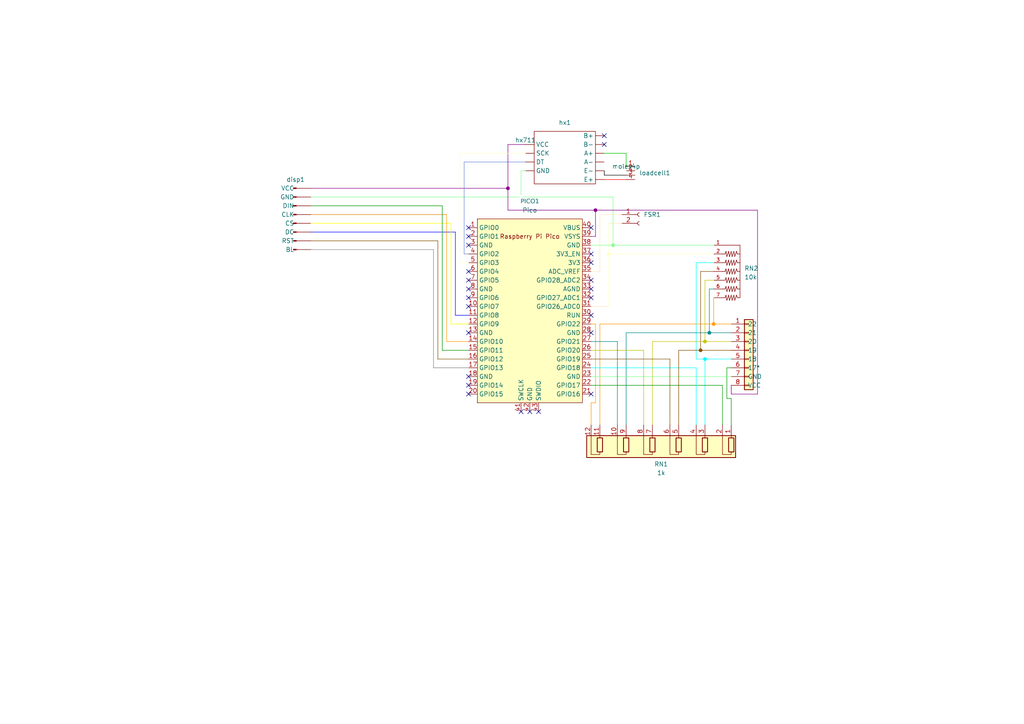
<source format=kicad_sch>
(kicad_sch (version 20230121) (generator eeschema)

  (uuid ab06c0bc-54ef-40dc-9983-5e2951ba6f84)

  (paper "A4")

  (lib_symbols
    (symbol "4607X-101-103LF:4607X-101-103LF" (pin_names (offset 1.016)) (in_bom yes) (on_board yes)
      (property "Reference" "RN" (at -7.6244 7.6215 0)
        (effects (font (size 1.27 1.27)) (justify left bottom))
      )
      (property "Value" "4607X-101-103LF" (at -7.63 -10.1666 0)
        (effects (font (size 1.27 1.27)) (justify left bottom))
      )
      (property "Footprint" "SIP249W50P254L1773H508Q7" (at 0 0 0)
        (effects (font (size 1.27 1.27)) (justify bottom) hide)
      )
      (property "Datasheet" "" (at 0 0 0)
        (effects (font (size 1.27 1.27)) hide)
      )
      (property "PARTREV" "09/19" (at 0 0 0)
        (effects (font (size 1.27 1.27)) (justify bottom) hide)
      )
      (property "STANDARD" "IPC-7351B" (at 0 0 0)
        (effects (font (size 1.27 1.27)) (justify bottom) hide)
      )
      (property "MAXIMUM_PACKAGE_HEIGHT" "5.08mm" (at 0 0 0)
        (effects (font (size 1.27 1.27)) (justify bottom) hide)
      )
      (property "MANUFACTURER" "Bourns" (at 0 0 0)
        (effects (font (size 1.27 1.27)) (justify bottom) hide)
      )
      (symbol "4607X-101-103LF_0_0"
        (polyline
          (pts
            (xy -7.62 0)
            (xy -7.62 5.08)
          )
          (stroke (width 0.1524) (type default))
          (fill (type none))
        )
        (polyline
          (pts
            (xy -7.62 5.08)
            (xy 7.62 5.08)
          )
          (stroke (width 0.1524) (type default))
          (fill (type none))
        )
        (polyline
          (pts
            (xy -5.842 1.016)
            (xy -5.08 0.762)
          )
          (stroke (width 0.1524) (type default))
          (fill (type none))
        )
        (polyline
          (pts
            (xy -5.842 1.778)
            (xy -4.318 1.27)
          )
          (stroke (width 0.1524) (type default))
          (fill (type none))
        )
        (polyline
          (pts
            (xy -5.842 2.54)
            (xy -4.318 2.032)
          )
          (stroke (width 0.1524) (type default))
          (fill (type none))
        )
        (polyline
          (pts
            (xy -5.842 3.302)
            (xy -4.318 2.794)
          )
          (stroke (width 0.1524) (type default))
          (fill (type none))
        )
        (polyline
          (pts
            (xy -5.842 4.064)
            (xy -5.08 4.318)
          )
          (stroke (width 0.1524) (type default))
          (fill (type none))
        )
        (polyline
          (pts
            (xy -5.08 0.762)
            (xy -5.08 0)
          )
          (stroke (width 0.1524) (type default))
          (fill (type none))
        )
        (polyline
          (pts
            (xy -5.08 5.08)
            (xy -5.08 4.318)
          )
          (stroke (width 0.1524) (type default))
          (fill (type none))
        )
        (polyline
          (pts
            (xy -4.318 1.27)
            (xy -5.842 1.016)
          )
          (stroke (width 0.1524) (type default))
          (fill (type none))
        )
        (polyline
          (pts
            (xy -4.318 2.032)
            (xy -5.842 1.778)
          )
          (stroke (width 0.1524) (type default))
          (fill (type none))
        )
        (polyline
          (pts
            (xy -4.318 2.794)
            (xy -5.842 2.54)
          )
          (stroke (width 0.1524) (type default))
          (fill (type none))
        )
        (polyline
          (pts
            (xy -4.318 3.556)
            (xy -5.842 3.302)
          )
          (stroke (width 0.1524) (type default))
          (fill (type none))
        )
        (polyline
          (pts
            (xy -4.318 3.556)
            (xy -5.842 4.064)
          )
          (stroke (width 0.1524) (type default))
          (fill (type none))
        )
        (polyline
          (pts
            (xy -3.302 1.016)
            (xy -2.54 0.762)
          )
          (stroke (width 0.1524) (type default))
          (fill (type none))
        )
        (polyline
          (pts
            (xy -3.302 1.778)
            (xy -1.778 1.27)
          )
          (stroke (width 0.1524) (type default))
          (fill (type none))
        )
        (polyline
          (pts
            (xy -3.302 2.54)
            (xy -1.778 2.032)
          )
          (stroke (width 0.1524) (type default))
          (fill (type none))
        )
        (polyline
          (pts
            (xy -3.302 3.302)
            (xy -1.778 2.794)
          )
          (stroke (width 0.1524) (type default))
          (fill (type none))
        )
        (polyline
          (pts
            (xy -3.302 4.064)
            (xy -2.54 4.318)
          )
          (stroke (width 0.1524) (type default))
          (fill (type none))
        )
        (polyline
          (pts
            (xy -2.54 0.762)
            (xy -2.54 0)
          )
          (stroke (width 0.1524) (type default))
          (fill (type none))
        )
        (polyline
          (pts
            (xy -2.54 5.08)
            (xy -2.54 4.318)
          )
          (stroke (width 0.1524) (type default))
          (fill (type none))
        )
        (polyline
          (pts
            (xy -1.778 1.27)
            (xy -3.302 1.016)
          )
          (stroke (width 0.1524) (type default))
          (fill (type none))
        )
        (polyline
          (pts
            (xy -1.778 2.032)
            (xy -3.302 1.778)
          )
          (stroke (width 0.1524) (type default))
          (fill (type none))
        )
        (polyline
          (pts
            (xy -1.778 2.794)
            (xy -3.302 2.54)
          )
          (stroke (width 0.1524) (type default))
          (fill (type none))
        )
        (polyline
          (pts
            (xy -1.778 3.556)
            (xy -3.302 3.302)
          )
          (stroke (width 0.1524) (type default))
          (fill (type none))
        )
        (polyline
          (pts
            (xy -1.778 3.556)
            (xy -3.302 4.064)
          )
          (stroke (width 0.1524) (type default))
          (fill (type none))
        )
        (polyline
          (pts
            (xy -0.762 1.016)
            (xy 0 0.762)
          )
          (stroke (width 0.1524) (type default))
          (fill (type none))
        )
        (polyline
          (pts
            (xy -0.762 1.778)
            (xy 0.762 1.27)
          )
          (stroke (width 0.1524) (type default))
          (fill (type none))
        )
        (polyline
          (pts
            (xy -0.762 2.54)
            (xy 0.762 2.032)
          )
          (stroke (width 0.1524) (type default))
          (fill (type none))
        )
        (polyline
          (pts
            (xy -0.762 3.302)
            (xy 0.762 2.794)
          )
          (stroke (width 0.1524) (type default))
          (fill (type none))
        )
        (polyline
          (pts
            (xy -0.762 4.064)
            (xy 0 4.318)
          )
          (stroke (width 0.1524) (type default))
          (fill (type none))
        )
        (polyline
          (pts
            (xy 0 0.762)
            (xy 0 0)
          )
          (stroke (width 0.1524) (type default))
          (fill (type none))
        )
        (polyline
          (pts
            (xy 0 5.08)
            (xy 0 4.318)
          )
          (stroke (width 0.1524) (type default))
          (fill (type none))
        )
        (polyline
          (pts
            (xy 0.762 1.27)
            (xy -0.762 1.016)
          )
          (stroke (width 0.1524) (type default))
          (fill (type none))
        )
        (polyline
          (pts
            (xy 0.762 2.032)
            (xy -0.762 1.778)
          )
          (stroke (width 0.1524) (type default))
          (fill (type none))
        )
        (polyline
          (pts
            (xy 0.762 2.794)
            (xy -0.762 2.54)
          )
          (stroke (width 0.1524) (type default))
          (fill (type none))
        )
        (polyline
          (pts
            (xy 0.762 3.556)
            (xy -0.762 3.302)
          )
          (stroke (width 0.1524) (type default))
          (fill (type none))
        )
        (polyline
          (pts
            (xy 0.762 3.556)
            (xy -0.762 4.064)
          )
          (stroke (width 0.1524) (type default))
          (fill (type none))
        )
        (polyline
          (pts
            (xy 1.778 1.016)
            (xy 2.54 0.762)
          )
          (stroke (width 0.1524) (type default))
          (fill (type none))
        )
        (polyline
          (pts
            (xy 1.778 1.778)
            (xy 3.302 1.27)
          )
          (stroke (width 0.1524) (type default))
          (fill (type none))
        )
        (polyline
          (pts
            (xy 1.778 2.54)
            (xy 3.302 2.032)
          )
          (stroke (width 0.1524) (type default))
          (fill (type none))
        )
        (polyline
          (pts
            (xy 1.778 3.302)
            (xy 3.302 2.794)
          )
          (stroke (width 0.1524) (type default))
          (fill (type none))
        )
        (polyline
          (pts
            (xy 1.778 4.064)
            (xy 2.54 4.318)
          )
          (stroke (width 0.1524) (type default))
          (fill (type none))
        )
        (polyline
          (pts
            (xy 2.54 0.762)
            (xy 2.54 0)
          )
          (stroke (width 0.1524) (type default))
          (fill (type none))
        )
        (polyline
          (pts
            (xy 2.54 5.08)
            (xy 2.54 4.318)
          )
          (stroke (width 0.1524) (type default))
          (fill (type none))
        )
        (polyline
          (pts
            (xy 3.302 1.27)
            (xy 1.778 1.016)
          )
          (stroke (width 0.1524) (type default))
          (fill (type none))
        )
        (polyline
          (pts
            (xy 3.302 2.032)
            (xy 1.778 1.778)
          )
          (stroke (width 0.1524) (type default))
          (fill (type none))
        )
        (polyline
          (pts
            (xy 3.302 2.794)
            (xy 1.778 2.54)
          )
          (stroke (width 0.1524) (type default))
          (fill (type none))
        )
        (polyline
          (pts
            (xy 3.302 3.556)
            (xy 1.778 3.302)
          )
          (stroke (width 0.1524) (type default))
          (fill (type none))
        )
        (polyline
          (pts
            (xy 3.302 3.556)
            (xy 1.778 4.064)
          )
          (stroke (width 0.1524) (type default))
          (fill (type none))
        )
        (polyline
          (pts
            (xy 4.318 1.016)
            (xy 5.08 0.762)
          )
          (stroke (width 0.1524) (type default))
          (fill (type none))
        )
        (polyline
          (pts
            (xy 4.318 1.778)
            (xy 5.842 1.27)
          )
          (stroke (width 0.1524) (type default))
          (fill (type none))
        )
        (polyline
          (pts
            (xy 4.318 2.54)
            (xy 5.842 2.032)
          )
          (stroke (width 0.1524) (type default))
          (fill (type none))
        )
        (polyline
          (pts
            (xy 4.318 3.302)
            (xy 5.842 2.794)
          )
          (stroke (width 0.1524) (type default))
          (fill (type none))
        )
        (polyline
          (pts
            (xy 4.318 4.064)
            (xy 5.08 4.318)
          )
          (stroke (width 0.1524) (type default))
          (fill (type none))
        )
        (polyline
          (pts
            (xy 5.08 0.762)
            (xy 5.08 0)
          )
          (stroke (width 0.1524) (type default))
          (fill (type none))
        )
        (polyline
          (pts
            (xy 5.08 5.08)
            (xy 5.08 4.318)
          )
          (stroke (width 0.1524) (type default))
          (fill (type none))
        )
        (polyline
          (pts
            (xy 5.842 1.27)
            (xy 4.318 1.016)
          )
          (stroke (width 0.1524) (type default))
          (fill (type none))
        )
        (polyline
          (pts
            (xy 5.842 2.032)
            (xy 4.318 1.778)
          )
          (stroke (width 0.1524) (type default))
          (fill (type none))
        )
        (polyline
          (pts
            (xy 5.842 2.794)
            (xy 4.318 2.54)
          )
          (stroke (width 0.1524) (type default))
          (fill (type none))
        )
        (polyline
          (pts
            (xy 5.842 3.556)
            (xy 4.318 3.302)
          )
          (stroke (width 0.1524) (type default))
          (fill (type none))
        )
        (polyline
          (pts
            (xy 5.842 3.556)
            (xy 4.318 4.064)
          )
          (stroke (width 0.1524) (type default))
          (fill (type none))
        )
        (polyline
          (pts
            (xy 6.858 1.016)
            (xy 7.62 0.762)
          )
          (stroke (width 0.1524) (type default))
          (fill (type none))
        )
        (polyline
          (pts
            (xy 6.858 1.778)
            (xy 8.382 1.27)
          )
          (stroke (width 0.1524) (type default))
          (fill (type none))
        )
        (polyline
          (pts
            (xy 6.858 2.54)
            (xy 8.382 2.032)
          )
          (stroke (width 0.1524) (type default))
          (fill (type none))
        )
        (polyline
          (pts
            (xy 6.858 3.302)
            (xy 8.382 2.794)
          )
          (stroke (width 0.1524) (type default))
          (fill (type none))
        )
        (polyline
          (pts
            (xy 6.858 4.064)
            (xy 7.62 4.318)
          )
          (stroke (width 0.1524) (type default))
          (fill (type none))
        )
        (polyline
          (pts
            (xy 7.62 0.762)
            (xy 7.62 0)
          )
          (stroke (width 0.1524) (type default))
          (fill (type none))
        )
        (polyline
          (pts
            (xy 7.62 5.08)
            (xy 7.62 4.318)
          )
          (stroke (width 0.1524) (type default))
          (fill (type none))
        )
        (polyline
          (pts
            (xy 8.382 1.27)
            (xy 6.858 1.016)
          )
          (stroke (width 0.1524) (type default))
          (fill (type none))
        )
        (polyline
          (pts
            (xy 8.382 2.032)
            (xy 6.858 1.778)
          )
          (stroke (width 0.1524) (type default))
          (fill (type none))
        )
        (polyline
          (pts
            (xy 8.382 2.794)
            (xy 6.858 2.54)
          )
          (stroke (width 0.1524) (type default))
          (fill (type none))
        )
        (polyline
          (pts
            (xy 8.382 3.556)
            (xy 6.858 3.302)
          )
          (stroke (width 0.1524) (type default))
          (fill (type none))
        )
        (polyline
          (pts
            (xy 8.382 3.556)
            (xy 6.858 4.064)
          )
          (stroke (width 0.1524) (type default))
          (fill (type none))
        )
        (pin passive line (at -7.62 -2.54 90) (length 2.54)
          (name "~" (effects (font (size 1.016 1.016))))
          (number "1" (effects (font (size 1.016 1.016))))
        )
        (pin passive line (at -5.08 -2.54 90) (length 2.54)
          (name "~" (effects (font (size 1.016 1.016))))
          (number "2" (effects (font (size 1.016 1.016))))
        )
        (pin passive line (at -2.54 -2.54 90) (length 2.54)
          (name "~" (effects (font (size 1.016 1.016))))
          (number "3" (effects (font (size 1.016 1.016))))
        )
        (pin passive line (at 0 -2.54 90) (length 2.54)
          (name "~" (effects (font (size 1.016 1.016))))
          (number "4" (effects (font (size 1.016 1.016))))
        )
        (pin passive line (at 2.54 -2.54 90) (length 2.54)
          (name "~" (effects (font (size 1.016 1.016))))
          (number "5" (effects (font (size 1.016 1.016))))
        )
        (pin passive line (at 5.08 -2.54 90) (length 2.54)
          (name "~" (effects (font (size 1.016 1.016))))
          (number "6" (effects (font (size 1.016 1.016))))
        )
        (pin passive line (at 7.62 -2.54 90) (length 2.54)
          (name "~" (effects (font (size 1.016 1.016))))
          (number "7" (effects (font (size 1.016 1.016))))
        )
      )
    )
    (symbol "Conn_01x08_Pin_1" (pin_numbers hide) (pin_names (offset 1.016)) (in_bom yes) (on_board yes)
      (property "Reference" "disp" (at 0.635 10.16 0)
        (effects (font (size 1.27 1.27)))
      )
      (property "Value" "Conn_01x08_Pin" (at 0.635 10.16 0)
        (effects (font (size 1.27 1.27)) hide)
      )
      (property "Footprint" "" (at 0 0 0)
        (effects (font (size 1.27 1.27)) hide)
      )
      (property "Datasheet" "~" (at 0 0 0)
        (effects (font (size 1.27 1.27)) hide)
      )
      (property "ki_locked" "" (at 0 0 0)
        (effects (font (size 1.27 1.27)))
      )
      (property "ki_keywords" "connector" (at 0 0 0)
        (effects (font (size 1.27 1.27)) hide)
      )
      (property "ki_description" "Generic connector, single row, 01x08, script generated" (at 0 0 0)
        (effects (font (size 1.27 1.27)) hide)
      )
      (property "ki_fp_filters" "Connector*:*_1x??_*" (at 0 0 0)
        (effects (font (size 1.27 1.27)) hide)
      )
      (symbol "Conn_01x08_Pin_1_1_1"
        (polyline
          (pts
            (xy 1.27 -10.16)
            (xy 0.8636 -10.16)
          )
          (stroke (width 0.1524) (type default))
          (fill (type none))
        )
        (polyline
          (pts
            (xy 1.27 -7.62)
            (xy 0.8636 -7.62)
          )
          (stroke (width 0.1524) (type default))
          (fill (type none))
        )
        (polyline
          (pts
            (xy 1.27 -5.08)
            (xy 0.8636 -5.08)
          )
          (stroke (width 0.1524) (type default))
          (fill (type none))
        )
        (polyline
          (pts
            (xy 1.27 -2.54)
            (xy 0.8636 -2.54)
          )
          (stroke (width 0.1524) (type default))
          (fill (type none))
        )
        (polyline
          (pts
            (xy 1.27 0)
            (xy 0.8636 0)
          )
          (stroke (width 0.1524) (type default))
          (fill (type none))
        )
        (polyline
          (pts
            (xy 1.27 2.54)
            (xy 0.8636 2.54)
          )
          (stroke (width 0.1524) (type default))
          (fill (type none))
        )
        (polyline
          (pts
            (xy 1.27 5.08)
            (xy 0.8636 5.08)
          )
          (stroke (width 0.1524) (type default))
          (fill (type none))
        )
        (polyline
          (pts
            (xy 1.27 7.62)
            (xy 0.8636 7.62)
          )
          (stroke (width 0.1524) (type default))
          (fill (type none))
        )
        (rectangle (start 0.8636 -10.033) (end 0 -10.287)
          (stroke (width 0.1524) (type default))
          (fill (type outline))
        )
        (rectangle (start 0.8636 -7.493) (end 0 -7.747)
          (stroke (width 0.1524) (type default))
          (fill (type outline))
        )
        (rectangle (start 0.8636 -4.953) (end 0 -5.207)
          (stroke (width 0.1524) (type default))
          (fill (type outline))
        )
        (rectangle (start 0.8636 -2.413) (end 0 -2.667)
          (stroke (width 0.1524) (type default))
          (fill (type outline))
        )
        (rectangle (start 0.8636 0.127) (end 0 -0.127)
          (stroke (width 0.1524) (type default))
          (fill (type outline))
        )
        (rectangle (start 0.8636 2.667) (end 0 2.413)
          (stroke (width 0.1524) (type default))
          (fill (type outline))
        )
        (rectangle (start 0.8636 5.207) (end 0 4.953)
          (stroke (width 0.1524) (type default))
          (fill (type outline))
        )
        (rectangle (start 0.8636 7.747) (end 0 7.493)
          (stroke (width 0.1524) (type default))
          (fill (type outline))
        )
        (pin passive line (at 5.08 7.62 180) (length 3.81)
          (name "VCC" (effects (font (size 1.27 1.27))))
          (number "1" (effects (font (size 1.27 1.27))))
        )
        (pin passive line (at 5.08 5.08 180) (length 3.81)
          (name "GND" (effects (font (size 1.27 1.27))))
          (number "2" (effects (font (size 1.27 1.27))))
        )
        (pin passive line (at 5.08 2.54 180) (length 3.81)
          (name "DIN" (effects (font (size 1.27 1.27))))
          (number "3" (effects (font (size 1.27 1.27))))
        )
        (pin passive line (at 5.08 0 180) (length 3.81)
          (name "CLK" (effects (font (size 1.27 1.27))))
          (number "4" (effects (font (size 1.27 1.27))))
        )
        (pin passive line (at 5.08 -2.54 180) (length 3.81)
          (name "CS" (effects (font (size 1.27 1.27))))
          (number "5" (effects (font (size 1.27 1.27))))
        )
        (pin passive line (at 5.08 -5.08 180) (length 3.81)
          (name "DC" (effects (font (size 1.27 1.27))))
          (number "6" (effects (font (size 1.27 1.27))))
        )
        (pin passive line (at 5.08 -7.62 180) (length 3.81)
          (name "RST" (effects (font (size 1.27 1.27))))
          (number "7" (effects (font (size 1.27 1.27))))
        )
        (pin passive line (at 5.08 -10.16 180) (length 3.81)
          (name "BL" (effects (font (size 1.27 1.27))))
          (number "8" (effects (font (size 1.27 1.27))))
        )
      )
    )
    (symbol "Connector:Conn_01x02_Socket" (pin_names (offset 1.016) hide) (in_bom yes) (on_board yes)
      (property "Reference" "J" (at 0 2.54 0)
        (effects (font (size 1.27 1.27)))
      )
      (property "Value" "Conn_01x02_Socket" (at 0 -5.08 0)
        (effects (font (size 1.27 1.27)))
      )
      (property "Footprint" "Connector_PinSocket_2.54mm:PinSocket_1x02_P2.54mm_Vertical" (at 0 0 0)
        (effects (font (size 1.27 1.27)) hide)
      )
      (property "Datasheet" "~" (at 0 0 0)
        (effects (font (size 1.27 1.27)) hide)
      )
      (property "ki_keywords" "connector" (at 0 0 0)
        (effects (font (size 1.27 1.27)) hide)
      )
      (property "ki_description" "Generic connector, single row, 01x02, script generated" (at 0 0 0)
        (effects (font (size 1.27 1.27)) hide)
      )
      (property "ki_fp_filters" "Connector*:*_1x??_*" (at 0 0 0)
        (effects (font (size 1.27 1.27)) hide)
      )
      (symbol "Conn_01x02_Socket_1_1"
        (arc (start 0 -2.032) (mid -0.5058 -2.54) (end 0 -3.048)
          (stroke (width 0.1524) (type default))
          (fill (type none))
        )
        (polyline
          (pts
            (xy -1.27 -2.54)
            (xy -0.508 -2.54)
          )
          (stroke (width 0.1524) (type default))
          (fill (type none))
        )
        (polyline
          (pts
            (xy -1.27 0)
            (xy -0.508 0)
          )
          (stroke (width 0.1524) (type default))
          (fill (type none))
        )
        (arc (start 0 0.508) (mid -0.5058 0) (end 0 -0.508)
          (stroke (width 0.1524) (type default))
          (fill (type none))
        )
        (pin passive line (at -5.08 0 0) (length 3.81)
          (name "Pin_1" (effects (font (size 1.27 1.27))))
          (number "1" (effects (font (size 1.27 1.27))))
        )
        (pin passive line (at -5.08 -2.54 0) (length 3.81)
          (name "Pin_2" (effects (font (size 1.27 1.27))))
          (number "2" (effects (font (size 1.27 1.27))))
        )
      )
    )
    (symbol "Connector_Generic:Conn_01x08" (pin_names (offset 1.016)) (in_bom yes) (on_board yes)
      (property "Reference" "CNTRL1" (at 2.54 0 0)
        (effects (font (size 1.27 1.27)) (justify left) hide)
      )
      (property "Value" "Conn_01x08" (at 2.54 -2.54 0)
        (effects (font (size 1.27 1.27)) (justify left) hide)
      )
      (property "Footprint" "Connector_Molex:Molex_KK-254_AE-6410-08A_1x08_P2.54mm_Vertical" (at 0 0 0)
        (effects (font (size 1.27 1.27)) hide)
      )
      (property "Datasheet" "~" (at 0 0 0)
        (effects (font (size 1.27 1.27)) hide)
      )
      (property "ki_keywords" "connector" (at 0 0 0)
        (effects (font (size 1.27 1.27)) hide)
      )
      (property "ki_description" "Generic connector, single row, 01x08, script generated (kicad-library-utils/schlib/autogen/connector/)" (at 0 0 0)
        (effects (font (size 1.27 1.27)) hide)
      )
      (property "ki_fp_filters" "Connector*:*_1x??_*" (at 0 0 0)
        (effects (font (size 1.27 1.27)) hide)
      )
      (symbol "Conn_01x08_1_1"
        (rectangle (start -1.27 -10.033) (end 0 -10.287)
          (stroke (width 0.1524) (type default))
          (fill (type none))
        )
        (rectangle (start -1.27 -7.493) (end 0 -7.747)
          (stroke (width 0.1524) (type default))
          (fill (type none))
        )
        (rectangle (start -1.27 -4.953) (end 0 -5.207)
          (stroke (width 0.1524) (type default))
          (fill (type none))
        )
        (rectangle (start -1.27 -2.413) (end 0 -2.667)
          (stroke (width 0.1524) (type default))
          (fill (type none))
        )
        (rectangle (start -1.27 0.127) (end 0 -0.127)
          (stroke (width 0.1524) (type default))
          (fill (type none))
        )
        (rectangle (start -1.27 2.667) (end 0 2.413)
          (stroke (width 0.1524) (type default))
          (fill (type none))
        )
        (rectangle (start -1.27 5.207) (end 0 4.953)
          (stroke (width 0.1524) (type default))
          (fill (type none))
        )
        (rectangle (start -1.27 7.747) (end 0 7.493)
          (stroke (width 0.1524) (type default))
          (fill (type none))
        )
        (rectangle (start -1.27 8.89) (end 1.27 -11.43)
          (stroke (width 0.254) (type default))
          (fill (type background))
        )
        (pin passive line (at -5.08 7.62 0) (length 3.81)
          (name "22" (effects (font (size 1.27 1.27))))
          (number "1" (effects (font (size 1.27 1.27))))
          (alternate "22" input line)
        )
        (pin passive line (at -5.08 5.08 0) (length 3.81)
          (name "21" (effects (font (size 1.27 1.27))))
          (number "2" (effects (font (size 1.27 1.27))))
          (alternate "21" input line)
        )
        (pin passive line (at -5.08 2.54 0) (length 3.81)
          (name "20" (effects (font (size 1.27 1.27))))
          (number "3" (effects (font (size 1.27 1.27))))
          (alternate "20" input line)
        )
        (pin passive line (at -5.08 0 0) (length 3.81)
          (name "19" (effects (font (size 1.27 1.27))))
          (number "4" (effects (font (size 1.27 1.27))))
          (alternate "19" input line)
        )
        (pin passive line (at -5.08 -2.54 0) (length 3.81)
          (name "18" (effects (font (size 1.27 1.27))))
          (number "5" (effects (font (size 1.27 1.27))))
        )
        (pin passive line (at -5.08 -5.08 0) (length 3.81)
          (name "17*" (effects (font (size 1.27 1.27))))
          (number "6" (effects (font (size 1.27 1.27))))
        )
        (pin passive line (at -5.08 -7.62 0) (length 3.81)
          (name "GND" (effects (font (size 1.27 1.27))))
          (number "7" (effects (font (size 1.27 1.27))))
        )
        (pin passive line (at -5.08 -10.16 0) (length 3.81)
          (name "VCC" (effects (font (size 1.27 1.27))))
          (number "8" (effects (font (size 1.27 1.27))))
        )
      )
    )
    (symbol "Device:R_Pack06_SIP" (pin_names (offset 0) hide) (in_bom yes) (on_board yes)
      (property "Reference" "RN" (at -22.86 0 90)
        (effects (font (size 1.27 1.27)))
      )
      (property "Value" "R_Pack06_SIP" (at 22.86 0 90)
        (effects (font (size 1.27 1.27)))
      )
      (property "Footprint" "Resistor_THT:R_Array_SIP12" (at 24.765 0 90)
        (effects (font (size 1.27 1.27)) hide)
      )
      (property "Datasheet" "http://www.vishay.com/docs/31509/csc.pdf" (at 0 0 0)
        (effects (font (size 1.27 1.27)) hide)
      )
      (property "ki_keywords" "R network parallel topology isolated" (at 0 0 0)
        (effects (font (size 1.27 1.27)) hide)
      )
      (property "ki_description" "6 resistor network, parallel topology, SIP package" (at 0 0 0)
        (effects (font (size 1.27 1.27)) hide)
      )
      (property "ki_fp_filters" "R?Array?SIP*" (at 0 0 0)
        (effects (font (size 1.27 1.27)) hide)
      )
      (symbol "R_Pack06_SIP_0_1"
        (rectangle (start -21.59 -1.905) (end 21.59 4.445)
          (stroke (width 0.254) (type default))
          (fill (type background))
        )
        (rectangle (start -21.082 2.794) (end -19.558 -1.27)
          (stroke (width 0.254) (type default))
          (fill (type none))
        )
        (rectangle (start -13.462 2.794) (end -11.938 -1.27)
          (stroke (width 0.254) (type default))
          (fill (type none))
        )
        (rectangle (start -5.842 2.794) (end -4.318 -1.27)
          (stroke (width 0.254) (type default))
          (fill (type none))
        )
        (polyline
          (pts
            (xy -20.32 2.794)
            (xy -20.32 3.556)
            (xy -17.78 3.556)
            (xy -17.78 -1.27)
          )
          (stroke (width 0) (type default))
          (fill (type none))
        )
        (polyline
          (pts
            (xy -12.7 2.794)
            (xy -12.7 3.556)
            (xy -10.16 3.556)
            (xy -10.16 -1.27)
          )
          (stroke (width 0) (type default))
          (fill (type none))
        )
        (polyline
          (pts
            (xy -5.08 2.794)
            (xy -5.08 3.556)
            (xy -2.54 3.556)
            (xy -2.54 -1.27)
          )
          (stroke (width 0) (type default))
          (fill (type none))
        )
        (polyline
          (pts
            (xy 2.54 2.794)
            (xy 2.54 3.556)
            (xy 5.08 3.556)
            (xy 5.08 -1.27)
          )
          (stroke (width 0) (type default))
          (fill (type none))
        )
        (polyline
          (pts
            (xy 10.16 2.794)
            (xy 10.16 3.556)
            (xy 12.7 3.556)
            (xy 12.7 -1.27)
          )
          (stroke (width 0) (type default))
          (fill (type none))
        )
        (polyline
          (pts
            (xy 17.78 2.794)
            (xy 17.78 3.556)
            (xy 20.32 3.556)
            (xy 20.32 -1.27)
          )
          (stroke (width 0) (type default))
          (fill (type none))
        )
        (rectangle (start 1.778 2.794) (end 3.302 -1.27)
          (stroke (width 0.254) (type default))
          (fill (type none))
        )
        (rectangle (start 9.398 2.794) (end 10.922 -1.27)
          (stroke (width 0.254) (type default))
          (fill (type none))
        )
        (rectangle (start 17.018 2.794) (end 18.542 -1.27)
          (stroke (width 0.254) (type default))
          (fill (type none))
        )
      )
      (symbol "R_Pack06_SIP_1_1"
        (pin passive line (at -20.32 -5.08 90) (length 3.81)
          (name "R1.1" (effects (font (size 1.27 1.27))))
          (number "1" (effects (font (size 1.27 1.27))))
        )
        (pin passive line (at 12.7 -5.08 90) (length 3.81)
          (name "R5.2" (effects (font (size 1.27 1.27))))
          (number "10" (effects (font (size 1.27 1.27))))
        )
        (pin passive line (at 17.78 -5.08 90) (length 3.81)
          (name "R6.1" (effects (font (size 1.27 1.27))))
          (number "11" (effects (font (size 1.27 1.27))))
        )
        (pin passive line (at 20.32 -5.08 90) (length 3.81)
          (name "R6.2" (effects (font (size 1.27 1.27))))
          (number "12" (effects (font (size 1.27 1.27))))
        )
        (pin passive line (at -17.78 -5.08 90) (length 3.81)
          (name "R1.2" (effects (font (size 1.27 1.27))))
          (number "2" (effects (font (size 1.27 1.27))))
        )
        (pin passive line (at -12.7 -5.08 90) (length 3.81)
          (name "R2.1" (effects (font (size 1.27 1.27))))
          (number "3" (effects (font (size 1.27 1.27))))
        )
        (pin passive line (at -10.16 -5.08 90) (length 3.81)
          (name "R2.2" (effects (font (size 1.27 1.27))))
          (number "4" (effects (font (size 1.27 1.27))))
        )
        (pin passive line (at -5.08 -5.08 90) (length 3.81)
          (name "R3.1" (effects (font (size 1.27 1.27))))
          (number "5" (effects (font (size 1.27 1.27))))
        )
        (pin passive line (at -2.54 -5.08 90) (length 3.81)
          (name "R3.2" (effects (font (size 1.27 1.27))))
          (number "6" (effects (font (size 1.27 1.27))))
        )
        (pin passive line (at 2.54 -5.08 90) (length 3.81)
          (name "R4.1" (effects (font (size 1.27 1.27))))
          (number "7" (effects (font (size 1.27 1.27))))
        )
        (pin passive line (at 5.08 -5.08 90) (length 3.81)
          (name "R4.2" (effects (font (size 1.27 1.27))))
          (number "8" (effects (font (size 1.27 1.27))))
        )
        (pin passive line (at 10.16 -5.08 90) (length 3.81)
          (name "R5.1" (effects (font (size 1.27 1.27))))
          (number "9" (effects (font (size 1.27 1.27))))
        )
      )
    )
    (symbol "MCU_RaspberryPi_and_Boards:Pico" (in_bom yes) (on_board yes)
      (property "Reference" "U" (at -13.97 27.94 0)
        (effects (font (size 1.27 1.27)))
      )
      (property "Value" "Pico" (at 0 19.05 0)
        (effects (font (size 1.27 1.27)))
      )
      (property "Footprint" "RPi_Pico:RPi_Pico_SMD_TH" (at 0 0 90)
        (effects (font (size 1.27 1.27)) hide)
      )
      (property "Datasheet" "" (at 0 0 0)
        (effects (font (size 1.27 1.27)) hide)
      )
      (symbol "Pico_0_0"
        (text "Raspberry Pi Pico" (at 0 21.59 0)
          (effects (font (size 1.27 1.27)))
        )
      )
      (symbol "Pico_0_1"
        (rectangle (start -15.24 26.67) (end 15.24 -26.67)
          (stroke (width 0) (type default))
          (fill (type background))
        )
      )
      (symbol "Pico_1_1"
        (pin bidirectional line (at -17.78 24.13 0) (length 2.54)
          (name "GPIO0" (effects (font (size 1.27 1.27))))
          (number "1" (effects (font (size 1.27 1.27))))
        )
        (pin bidirectional line (at -17.78 1.27 0) (length 2.54)
          (name "GPIO7" (effects (font (size 1.27 1.27))))
          (number "10" (effects (font (size 1.27 1.27))))
        )
        (pin bidirectional line (at -17.78 -1.27 0) (length 2.54)
          (name "GPIO8" (effects (font (size 1.27 1.27))))
          (number "11" (effects (font (size 1.27 1.27))))
        )
        (pin bidirectional line (at -17.78 -3.81 0) (length 2.54)
          (name "GPIO9" (effects (font (size 1.27 1.27))))
          (number "12" (effects (font (size 1.27 1.27))))
        )
        (pin power_in line (at -17.78 -6.35 0) (length 2.54)
          (name "GND" (effects (font (size 1.27 1.27))))
          (number "13" (effects (font (size 1.27 1.27))))
        )
        (pin bidirectional line (at -17.78 -8.89 0) (length 2.54)
          (name "GPIO10" (effects (font (size 1.27 1.27))))
          (number "14" (effects (font (size 1.27 1.27))))
        )
        (pin bidirectional line (at -17.78 -11.43 0) (length 2.54)
          (name "GPIO11" (effects (font (size 1.27 1.27))))
          (number "15" (effects (font (size 1.27 1.27))))
        )
        (pin bidirectional line (at -17.78 -13.97 0) (length 2.54)
          (name "GPIO12" (effects (font (size 1.27 1.27))))
          (number "16" (effects (font (size 1.27 1.27))))
        )
        (pin bidirectional line (at -17.78 -16.51 0) (length 2.54)
          (name "GPIO13" (effects (font (size 1.27 1.27))))
          (number "17" (effects (font (size 1.27 1.27))))
        )
        (pin power_in line (at -17.78 -19.05 0) (length 2.54)
          (name "GND" (effects (font (size 1.27 1.27))))
          (number "18" (effects (font (size 1.27 1.27))))
        )
        (pin bidirectional line (at -17.78 -21.59 0) (length 2.54)
          (name "GPIO14" (effects (font (size 1.27 1.27))))
          (number "19" (effects (font (size 1.27 1.27))))
        )
        (pin bidirectional line (at -17.78 21.59 0) (length 2.54)
          (name "GPIO1" (effects (font (size 1.27 1.27))))
          (number "2" (effects (font (size 1.27 1.27))))
        )
        (pin bidirectional line (at -17.78 -24.13 0) (length 2.54)
          (name "GPIO15" (effects (font (size 1.27 1.27))))
          (number "20" (effects (font (size 1.27 1.27))))
        )
        (pin bidirectional line (at 17.78 -24.13 180) (length 2.54)
          (name "GPIO16" (effects (font (size 1.27 1.27))))
          (number "21" (effects (font (size 1.27 1.27))))
        )
        (pin bidirectional line (at 17.78 -21.59 180) (length 2.54)
          (name "GPIO17" (effects (font (size 1.27 1.27))))
          (number "22" (effects (font (size 1.27 1.27))))
        )
        (pin power_in line (at 17.78 -19.05 180) (length 2.54)
          (name "GND" (effects (font (size 1.27 1.27))))
          (number "23" (effects (font (size 1.27 1.27))))
        )
        (pin bidirectional line (at 17.78 -16.51 180) (length 2.54)
          (name "GPIO18" (effects (font (size 1.27 1.27))))
          (number "24" (effects (font (size 1.27 1.27))))
        )
        (pin bidirectional line (at 17.78 -13.97 180) (length 2.54)
          (name "GPIO19" (effects (font (size 1.27 1.27))))
          (number "25" (effects (font (size 1.27 1.27))))
        )
        (pin bidirectional line (at 17.78 -11.43 180) (length 2.54)
          (name "GPIO20" (effects (font (size 1.27 1.27))))
          (number "26" (effects (font (size 1.27 1.27))))
        )
        (pin bidirectional line (at 17.78 -8.89 180) (length 2.54)
          (name "GPIO21" (effects (font (size 1.27 1.27))))
          (number "27" (effects (font (size 1.27 1.27))))
        )
        (pin power_in line (at 17.78 -6.35 180) (length 2.54)
          (name "GND" (effects (font (size 1.27 1.27))))
          (number "28" (effects (font (size 1.27 1.27))))
        )
        (pin bidirectional line (at 17.78 -3.81 180) (length 2.54)
          (name "GPIO22" (effects (font (size 1.27 1.27))))
          (number "29" (effects (font (size 1.27 1.27))))
        )
        (pin power_in line (at -17.78 19.05 0) (length 2.54)
          (name "GND" (effects (font (size 1.27 1.27))))
          (number "3" (effects (font (size 1.27 1.27))))
        )
        (pin input line (at 17.78 -1.27 180) (length 2.54)
          (name "RUN" (effects (font (size 1.27 1.27))))
          (number "30" (effects (font (size 1.27 1.27))))
        )
        (pin bidirectional line (at 17.78 1.27 180) (length 2.54)
          (name "GPIO26_ADC0" (effects (font (size 1.27 1.27))))
          (number "31" (effects (font (size 1.27 1.27))))
        )
        (pin bidirectional line (at 17.78 3.81 180) (length 2.54)
          (name "GPIO27_ADC1" (effects (font (size 1.27 1.27))))
          (number "32" (effects (font (size 1.27 1.27))))
        )
        (pin power_in line (at 17.78 6.35 180) (length 2.54)
          (name "AGND" (effects (font (size 1.27 1.27))))
          (number "33" (effects (font (size 1.27 1.27))))
        )
        (pin bidirectional line (at 17.78 8.89 180) (length 2.54)
          (name "GPIO28_ADC2" (effects (font (size 1.27 1.27))))
          (number "34" (effects (font (size 1.27 1.27))))
        )
        (pin power_in line (at 17.78 11.43 180) (length 2.54)
          (name "ADC_VREF" (effects (font (size 1.27 1.27))))
          (number "35" (effects (font (size 1.27 1.27))))
        )
        (pin power_in line (at 17.78 13.97 180) (length 2.54)
          (name "3V3" (effects (font (size 1.27 1.27))))
          (number "36" (effects (font (size 1.27 1.27))))
        )
        (pin input line (at 17.78 16.51 180) (length 2.54)
          (name "3V3_EN" (effects (font (size 1.27 1.27))))
          (number "37" (effects (font (size 1.27 1.27))))
        )
        (pin bidirectional line (at 17.78 19.05 180) (length 2.54)
          (name "GND" (effects (font (size 1.27 1.27))))
          (number "38" (effects (font (size 1.27 1.27))))
        )
        (pin power_in line (at 17.78 21.59 180) (length 2.54)
          (name "VSYS" (effects (font (size 1.27 1.27))))
          (number "39" (effects (font (size 1.27 1.27))))
        )
        (pin bidirectional line (at -17.78 16.51 0) (length 2.54)
          (name "GPIO2" (effects (font (size 1.27 1.27))))
          (number "4" (effects (font (size 1.27 1.27))))
        )
        (pin power_in line (at 17.78 24.13 180) (length 2.54)
          (name "VBUS" (effects (font (size 1.27 1.27))))
          (number "40" (effects (font (size 1.27 1.27))))
        )
        (pin input line (at -2.54 -29.21 90) (length 2.54)
          (name "SWCLK" (effects (font (size 1.27 1.27))))
          (number "41" (effects (font (size 1.27 1.27))))
        )
        (pin power_in line (at 0 -29.21 90) (length 2.54)
          (name "GND" (effects (font (size 1.27 1.27))))
          (number "42" (effects (font (size 1.27 1.27))))
        )
        (pin bidirectional line (at 2.54 -29.21 90) (length 2.54)
          (name "SWDIO" (effects (font (size 1.27 1.27))))
          (number "43" (effects (font (size 1.27 1.27))))
        )
        (pin bidirectional line (at -17.78 13.97 0) (length 2.54)
          (name "GPIO3" (effects (font (size 1.27 1.27))))
          (number "5" (effects (font (size 1.27 1.27))))
        )
        (pin bidirectional line (at -17.78 11.43 0) (length 2.54)
          (name "GPIO4" (effects (font (size 1.27 1.27))))
          (number "6" (effects (font (size 1.27 1.27))))
        )
        (pin bidirectional line (at -17.78 8.89 0) (length 2.54)
          (name "GPIO5" (effects (font (size 1.27 1.27))))
          (number "7" (effects (font (size 1.27 1.27))))
        )
        (pin power_in line (at -17.78 6.35 0) (length 2.54)
          (name "GND" (effects (font (size 1.27 1.27))))
          (number "8" (effects (font (size 1.27 1.27))))
        )
        (pin bidirectional line (at -17.78 3.81 0) (length 2.54)
          (name "GPIO6" (effects (font (size 1.27 1.27))))
          (number "9" (effects (font (size 1.27 1.27))))
        )
      )
    )
    (symbol "sharp:hx711" (pin_numbers hide) (in_bom yes) (on_board yes)
      (property "Reference" "A" (at -11.43 5.08 0)
        (effects (font (size 1.27 1.27)))
      )
      (property "Value" "" (at -11.43 5.08 0)
        (effects (font (size 1.27 1.27)))
      )
      (property "Footprint" "" (at -11.43 5.08 0)
        (effects (font (size 1.27 1.27)) hide)
      )
      (property "Datasheet" "" (at -11.43 5.08 0)
        (effects (font (size 1.27 1.27)) hide)
      )
      (symbol "hx711_0_1"
        (rectangle (start -8.89 7.62) (end 8.89 -7.62)
          (stroke (width 0) (type default))
          (fill (type none))
        )
      )
      (symbol "hx711_1_1"
        (pin input line (at 11.43 6.35 180) (length 2.54)
          (name "B+" (effects (font (size 1.27 1.27))))
          (number "1" (effects (font (size 1.27 1.27))))
        )
        (pin power_in line (at -11.43 -3.81 0) (length 2.54)
          (name "GND" (effects (font (size 1.27 1.27))))
          (number "10" (effects (font (size 1.27 1.27))))
        )
        (pin input line (at 11.43 3.81 180) (length 2.54)
          (name "B-" (effects (font (size 1.27 1.27))))
          (number "2" (effects (font (size 1.27 1.27))))
        )
        (pin input line (at 11.43 1.27 180) (length 2.54)
          (name "A+" (effects (font (size 1.27 1.27))))
          (number "3" (effects (font (size 1.27 1.27))))
        )
        (pin input line (at 11.43 -1.27 180) (length 2.54)
          (name "A-" (effects (font (size 1.27 1.27))))
          (number "4" (effects (font (size 1.27 1.27))))
        )
        (pin input line (at 11.43 -3.81 180) (length 2.54)
          (name "E-" (effects (font (size 1.27 1.27))))
          (number "5" (effects (font (size 1.27 1.27))))
        )
        (pin input line (at 11.43 -6.35 180) (length 2.54)
          (name "E+" (effects (font (size 1.27 1.27))))
          (number "6" (effects (font (size 1.27 1.27))))
        )
        (pin power_in line (at -11.43 3.81 0) (length 2.54)
          (name "VCC" (effects (font (size 1.27 1.27))))
          (number "7" (effects (font (size 1.27 1.27))))
        )
        (pin input line (at -11.43 1.27 0) (length 2.54)
          (name "SCK" (effects (font (size 1.27 1.27))))
          (number "8" (effects (font (size 1.27 1.27))))
        )
        (pin output line (at -11.43 -1.27 0) (length 2.54)
          (name "DT" (effects (font (size 1.27 1.27))))
          (number "9" (effects (font (size 1.27 1.27))))
        )
      )
    )
    (symbol "sharp:molex-kk-4p" (pin_names (offset 0) hide) (in_bom yes) (on_board yes)
      (property "Reference" "loadcell1" (at 3.81 -1.905 0)
        (effects (font (size 1.27 1.27)) (justify left))
      )
      (property "Value" "molex4p" (at 0 0 0)
        (effects (font (size 1.27 1.27)))
      )
      (property "Footprint" "Connector_Molex:Molex_KK-254_AE-6410-04A_1x04_P2.54mm_Vertical" (at 0 0 0)
        (effects (font (size 1.27 1.27)) hide)
      )
      (property "Datasheet" "" (at 0 0 0)
        (effects (font (size 1.27 1.27)) hide)
      )
      (symbol "molex-kk-4p_1_1"
        (pin passive line (at 0 0 0) (length 2.54)
          (name "" (effects (font (size 1.27 1.27))))
          (number "1" (effects (font (size 1.27 1.27))))
        )
        (pin passive line (at 0 -1.27 0) (length 2.54)
          (name "" (effects (font (size 1.27 1.27))))
          (number "2" (effects (font (size 1.27 1.27))))
        )
        (pin passive line (at 0 -2.54 0) (length 2.54)
          (name "" (effects (font (size 1.27 1.27))))
          (number "3" (effects (font (size 1.27 1.27))))
        )
        (pin passive line (at 0 -3.81 0) (length 2.54)
          (name "" (effects (font (size 1.27 1.27))))
          (number "4" (effects (font (size 1.27 1.27))))
        )
      )
    )
  )

  (junction (at 204.47 99.06) (diameter 0) (color 194 194 0 1)
    (uuid 0ace3459-4a95-40e3-aed3-0cf4e03df8a0)
  )
  (junction (at 204.47 104.14) (diameter 0) (color 0 255 255 1)
    (uuid 15e19989-2c8a-4294-99e2-34edf5c49586)
  )
  (junction (at 207.01 93.98) (diameter 0) (color 255 153 0 1)
    (uuid 267ed337-a769-4b87-9ec6-e5c5967f07a0)
  )
  (junction (at 203.2 101.6) (diameter 0) (color 128 77 0 1)
    (uuid 3c7f8a7e-d036-434b-8dde-c305fc4051b6)
  )
  (junction (at 147.32 54.61) (diameter 0) (color 132 0 132 1)
    (uuid 53865a4c-c566-4866-a376-6e970301191f)
  )
  (junction (at 205.74 96.52) (diameter 0) (color 0 132 132 1)
    (uuid 6e77cec5-7e39-4483-8607-0b6d52ee43ac)
  )
  (junction (at 177.8 71.12) (diameter 0) (color 127 255 143 1)
    (uuid 6ef72655-5987-431e-ad91-86304c82e0b9)
  )
  (junction (at 176.53 73.66) (diameter 0) (color 255 255 194 1)
    (uuid 817e1b3b-c378-481f-8684-b0a31a1bb2e4)
  )
  (junction (at 151.13 57.15) (diameter 0) (color 255 255 255 1)
    (uuid e0288043-14dd-4e89-b936-d7f4db4974fc)
  )
  (junction (at 172.72 60.96) (diameter 0) (color 132 0 132 1)
    (uuid f7d85b40-4752-4e82-8253-03f20ebd8085)
  )

  (no_connect (at 135.89 96.52) (uuid 1b4a04b9-585f-42da-a5a8-f895b91186db))
  (no_connect (at 171.45 73.66) (uuid 1c088bbf-80bf-4070-b0ae-565127ecf8b8))
  (no_connect (at 171.45 91.44) (uuid 2f6ea71b-1176-4537-aa2a-5e4a51c98884))
  (no_connect (at 171.45 81.28) (uuid 39999f90-5d08-43f7-bf02-d3001da9fbb7))
  (no_connect (at 171.45 96.52) (uuid 3b4daa60-3cd0-48e6-8970-4bc8a4f0a031))
  (no_connect (at 135.89 71.12) (uuid 3d89aff9-cf2b-4c55-9f9b-e30973c400cd))
  (no_connect (at 171.45 86.36) (uuid 4319171b-31a2-4931-89ef-50de0ae70821))
  (no_connect (at 135.89 114.3) (uuid 48066b02-c27f-4414-9dda-7567a492a024))
  (no_connect (at 135.89 83.82) (uuid 543f599a-5fba-4806-b5fb-31d9a8e35eaf))
  (no_connect (at 135.89 81.28) (uuid 6021ffb1-5044-4a1d-b85a-40bc2beda386))
  (no_connect (at 135.89 111.76) (uuid 7430d419-e58d-4ea3-a1be-31266a108f37))
  (no_connect (at 151.13 119.38) (uuid 7df3898b-3e6f-4c49-a6b5-2f89214c340e))
  (no_connect (at 156.21 119.38) (uuid 7e62fb02-6ed4-4bbb-904e-1435a2a0fd14))
  (no_connect (at 135.89 88.9) (uuid 7f346bf2-169c-4a4d-83a5-e9aa70f9c5a4))
  (no_connect (at 171.45 66.04) (uuid 8fda45a1-0f0d-420f-bc30-d5072404a61d))
  (no_connect (at 153.67 119.38) (uuid 96abce0f-ffa1-4607-97f6-eda2fa3b2ada))
  (no_connect (at 135.89 86.36) (uuid 9c43ba45-d7e9-45fe-90ea-d44bdade45d6))
  (no_connect (at 135.89 78.74) (uuid 9e9091c3-02cf-4fad-a38a-2db2524065bc))
  (no_connect (at 171.45 83.82) (uuid aff1ca86-3e9b-4c6b-9c98-740f6bad4666))
  (no_connect (at 171.45 114.3) (uuid c295a93b-d0d9-4d46-8283-e309275564f0))
  (no_connect (at 171.45 76.2) (uuid d43814d9-461b-4ef2-b091-85ff90de0c36))
  (no_connect (at 175.26 39.37) (uuid e98e6d05-d10c-4e6d-9c83-3c8350e048ae))
  (no_connect (at 175.26 41.91) (uuid efdfbd11-9f1f-4c06-84c5-f7de1c453a71))
  (no_connect (at 135.89 66.04) (uuid f09662ba-7335-4deb-a994-f90b12d56c04))
  (no_connect (at 135.89 68.58) (uuid fdf2cc3b-4097-4c25-a0da-dfd33e535929))
  (no_connect (at 135.89 109.22) (uuid fe4f1c3e-d0af-4a0a-8082-5eebe85b905b))

  (wire (pts (xy 189.23 99.06) (xy 204.47 99.06))
    (stroke (width 0) (type default) (color 194 194 0 1))
    (uuid 062fe280-5c70-42c0-b274-9f76fc203155)
  )
  (wire (pts (xy 219.71 114.3) (xy 212.09 114.3))
    (stroke (width 0) (type default) (color 132 0 132 1))
    (uuid 07e75c76-532f-480f-8534-1a7f91b707f6)
  )
  (wire (pts (xy 181.61 96.52) (xy 205.74 96.52))
    (stroke (width 0) (type default) (color 0 132 132 1))
    (uuid 099bd772-9f7e-49e9-a57b-6984c43d92f6)
  )
  (wire (pts (xy 171.45 78.74) (xy 173.99 78.74))
    (stroke (width 0) (type default) (color 255 229 191 1))
    (uuid 0e32be02-dfb0-4e59-836c-dabb255fda71)
  )
  (wire (pts (xy 133.35 76.2) (xy 135.89 76.2))
    (stroke (width 0) (type default) (color 255 255 194 1))
    (uuid 0e641d63-4c65-48c0-b292-c518d82f9642)
  )
  (wire (pts (xy 209.55 111.76) (xy 171.45 111.76))
    (stroke (width 0) (type default))
    (uuid 0ef41dde-e5d5-4a6d-bd37-a27db1e3f957)
  )
  (wire (pts (xy 203.2 101.6) (xy 212.09 101.6))
    (stroke (width 0) (type default) (color 128 77 0 1))
    (uuid 0fc1e00b-9c55-4f08-aed1-d2f0309a7298)
  )
  (wire (pts (xy 171.45 68.58) (xy 172.72 68.58))
    (stroke (width 0) (type default) (color 132 0 132 1))
    (uuid 1535701f-07bf-47af-b519-35156cf6179e)
  )
  (wire (pts (xy 186.69 101.6) (xy 186.69 123.19))
    (stroke (width 0) (type default) (color 194 194 0 1))
    (uuid 168dd999-2a86-4e1e-8ff7-39e5a8a25702)
  )
  (wire (pts (xy 134.62 73.66) (xy 135.89 73.66))
    (stroke (width 0) (type default) (color 111 133 216 1))
    (uuid 1e42371c-4d95-4fbb-8423-176174a1b31b)
  )
  (wire (pts (xy 203.2 78.74) (xy 207.01 78.74))
    (stroke (width 0) (type default) (color 128 77 0 1))
    (uuid 234cdde8-3551-4f1c-bd11-5b65c70cf65d)
  )
  (wire (pts (xy 201.93 106.68) (xy 201.93 123.19))
    (stroke (width 0) (type default) (color 0 255 255 1))
    (uuid 2463bb81-5298-4b10-a9d0-8c53c2c8b967)
  )
  (wire (pts (xy 204.47 104.14) (xy 204.47 123.19))
    (stroke (width 0) (type default) (color 0 255 255 1))
    (uuid 25f23d1e-c263-49cd-90a4-cde19d3e1cae)
  )
  (wire (pts (xy 130.81 64.77) (xy 130.81 93.98))
    (stroke (width 0) (type default) (color 255 255 0 1))
    (uuid 2649eb8b-32d2-4d5c-98bb-e918436100ce)
  )
  (wire (pts (xy 171.45 116.84) (xy 172.72 116.84))
    (stroke (width 0) (type default) (color 255 153 0 1))
    (uuid 26bba3c1-8f0c-43dd-a8ac-880133a3e212)
  )
  (wire (pts (xy 203.2 101.6) (xy 203.2 78.74))
    (stroke (width 0) (type default) (color 128 77 0 1))
    (uuid 287e21f8-473f-406c-a834-7abca0e3cb6c)
  )
  (wire (pts (xy 176.53 73.66) (xy 176.53 88.9))
    (stroke (width 0) (type default) (color 255 255 194 1))
    (uuid 2a132cda-d5fb-41ca-94e4-9dc69e154534)
  )
  (wire (pts (xy 171.45 123.19) (xy 171.45 116.84))
    (stroke (width 0) (type default) (color 255 153 0 1))
    (uuid 2b87f805-92d8-4537-8a04-48533ff501f5)
  )
  (wire (pts (xy 181.61 49.53) (xy 179.07 49.53))
    (stroke (width 0) (type default) (color 255 255 255 1))
    (uuid 2eee84d8-6f0f-4734-8a29-b1493e0e6d5b)
  )
  (wire (pts (xy 201.93 76.2) (xy 201.93 104.14))
    (stroke (width 0) (type default) (color 0 255 255 1))
    (uuid 304380ef-b202-46b7-92b3-c07cff4fc837)
  )
  (wire (pts (xy 204.47 99.06) (xy 212.09 99.06))
    (stroke (width 0) (type default) (color 194 194 0 1))
    (uuid 32fa8274-5083-4017-ac5b-aec3be126c0d)
  )
  (wire (pts (xy 152.4 49.53) (xy 151.13 49.53))
    (stroke (width 0) (type default) (color 127 255 143 1))
    (uuid 33667990-5c81-4c8b-b89c-7543dd0bd012)
  )
  (wire (pts (xy 181.61 44.45) (xy 181.61 48.26))
    (stroke (width 0) (type default) (color 0 194 0 1))
    (uuid 3446a72e-89bd-4c79-a4fe-e4a613f6f4f9)
  )
  (wire (pts (xy 128.27 59.69) (xy 128.27 101.6))
    (stroke (width 0) (type default))
    (uuid 361428c1-4792-46b3-857f-cbe8edd1cfa9)
  )
  (wire (pts (xy 147.32 54.61) (xy 90.17 54.61))
    (stroke (width 0) (type default) (color 132 0 132 1))
    (uuid 377e2ae6-ba30-49aa-9c2a-42622be14138)
  )
  (wire (pts (xy 151.13 49.53) (xy 151.13 57.15))
    (stroke (width 0) (type default) (color 127 255 143 1))
    (uuid 391fcd3b-3247-4882-ba4b-e2b103159239)
  )
  (wire (pts (xy 130.81 93.98) (xy 135.89 93.98))
    (stroke (width 0) (type default) (color 255 255 0 1))
    (uuid 40f18746-162f-4240-bccb-c03b01f8ef05)
  )
  (wire (pts (xy 133.35 44.45) (xy 152.4 44.45))
    (stroke (width 0) (type default) (color 255 255 194 1))
    (uuid 45385780-bc30-4b86-9bfc-4e292a03ccae)
  )
  (wire (pts (xy 176.53 64.77) (xy 180.34 64.77))
    (stroke (width 0) (type default) (color 255 229 191 1))
    (uuid 45483cee-e838-4ec4-8009-27ef755da5e9)
  )
  (wire (pts (xy 129.54 99.06) (xy 135.89 99.06))
    (stroke (width 0) (type default) (color 255 153 0 1))
    (uuid 47e2f5ae-5e90-4e3c-a297-7fe80a24d473)
  )
  (wire (pts (xy 207.01 86.36) (xy 207.01 93.98))
    (stroke (width 0) (type default) (color 255 153 0 1))
    (uuid 487ecb20-9d3b-4b81-b0a7-6f1b65c86303)
  )
  (wire (pts (xy 180.34 62.23) (xy 173.99 62.23))
    (stroke (width 0) (type default) (color 255 229 191 1))
    (uuid 5042a976-0cac-48a5-b273-595d4c52ae32)
  )
  (wire (pts (xy 175.26 52.07) (xy 181.61 52.07))
    (stroke (width 0) (type default) (color 255 0 0 1))
    (uuid 546f0d7f-79e8-43b7-b921-39570c52d4ff)
  )
  (wire (pts (xy 219.71 60.96) (xy 219.71 114.3))
    (stroke (width 0) (type default) (color 132 0 132 1))
    (uuid 5534cded-c27d-4d7b-a868-15deff95a43f)
  )
  (wire (pts (xy 176.53 64.77) (xy 176.53 73.66))
    (stroke (width 0) (type default) (color 255 255 194 1))
    (uuid 5c316e98-d0d5-42df-97e7-f1b2a2800c5a)
  )
  (wire (pts (xy 147.32 54.61) (xy 147.32 41.91))
    (stroke (width 0) (type default) (color 132 0 132 1))
    (uuid 5cf0ac6f-be80-475d-bf3c-f383e299fad8)
  )
  (wire (pts (xy 171.45 106.68) (xy 201.93 106.68))
    (stroke (width 0) (type default) (color 0 255 255 1))
    (uuid 5d38c974-4202-44bd-a9e1-ff36766625f8)
  )
  (wire (pts (xy 134.62 46.99) (xy 134.62 73.66))
    (stroke (width 0) (type default) (color 111 133 216 1))
    (uuid 5e789eb3-b888-4550-b1b8-6d4fc9eb2451)
  )
  (wire (pts (xy 172.72 60.96) (xy 219.71 60.96))
    (stroke (width 0) (type default) (color 132 0 132 1))
    (uuid 5fe927f0-95d2-4ef9-b270-f47a5f405c73)
  )
  (wire (pts (xy 196.85 101.6) (xy 196.85 123.19))
    (stroke (width 0) (type default) (color 128 77 0 1))
    (uuid 6354153e-dd38-498f-9638-12b445423334)
  )
  (wire (pts (xy 172.72 116.84) (xy 172.72 93.98))
    (stroke (width 0) (type default) (color 255 153 0 1))
    (uuid 647e8f57-8ab3-4f77-a440-477462708c9b)
  )
  (wire (pts (xy 173.99 93.98) (xy 207.01 93.98))
    (stroke (width 0) (type default) (color 255 153 0 1))
    (uuid 6a737a96-9c5c-4f34-ab03-09dde1aeca97)
  )
  (wire (pts (xy 125.73 106.68) (xy 135.89 106.68))
    (stroke (width 0) (type default) (color 132 132 132 1))
    (uuid 6eac02ca-1934-4270-b2cd-f4528b421730)
  )
  (wire (pts (xy 151.13 57.15) (xy 177.8 57.15))
    (stroke (width 0) (type default) (color 127 255 143 1))
    (uuid 7174ff84-6f5f-4e1c-bac2-9549ac56d9de)
  )
  (wire (pts (xy 147.32 54.61) (xy 147.32 60.96))
    (stroke (width 0) (type default) (color 132 0 132 1))
    (uuid 7592de72-61d9-4245-9573-5f22b255da81)
  )
  (wire (pts (xy 90.17 72.39) (xy 125.73 72.39))
    (stroke (width 0) (type default) (color 132 132 132 1))
    (uuid 7e159a7f-f77e-4f61-bec2-3a184ae09a5d)
  )
  (wire (pts (xy 204.47 104.14) (xy 212.09 104.14))
    (stroke (width 0) (type default) (color 0 255 255 1))
    (uuid 818cc599-0397-4d44-8c3f-435b8722ddf1)
  )
  (wire (pts (xy 90.17 62.23) (xy 129.54 62.23))
    (stroke (width 0) (type default) (color 221 133 0 1))
    (uuid 819fbe8a-8795-4cb6-8cc2-4f6fb59ade6c)
  )
  (wire (pts (xy 147.32 41.91) (xy 152.4 41.91))
    (stroke (width 0) (type default) (color 132 0 132 1))
    (uuid 83787027-b1b2-40d2-9ade-92f7a048b723)
  )
  (wire (pts (xy 194.31 104.14) (xy 194.31 123.19))
    (stroke (width 0) (type default) (color 128 77 0 1))
    (uuid 87178f11-b776-4905-b06d-edfe3d2ec26b)
  )
  (wire (pts (xy 209.55 111.76) (xy 209.55 123.19))
    (stroke (width 0) (type default))
    (uuid 876261fa-6d2d-4ede-acdc-130f95dbb76d)
  )
  (wire (pts (xy 132.08 67.31) (xy 132.08 91.44))
    (stroke (width 0) (type default) (color 0 0 255 1))
    (uuid 87f49329-ca78-46ec-ad8c-699fc9f34784)
  )
  (wire (pts (xy 181.61 50.8) (xy 175.26 50.8))
    (stroke (width 0) (type default) (color 0 0 0 1))
    (uuid 8eb56a05-2915-4b7a-b493-9c518ae70e48)
  )
  (wire (pts (xy 177.8 57.15) (xy 177.8 71.12))
    (stroke (width 0) (type default) (color 127 255 143 1))
    (uuid 90a3a142-d064-435e-b3f6-7b69a41ce176)
  )
  (wire (pts (xy 196.85 101.6) (xy 203.2 101.6))
    (stroke (width 0) (type default) (color 128 77 0 1))
    (uuid 91f49aae-8dcf-4cb5-bf9c-0f09dd46197e)
  )
  (wire (pts (xy 175.26 50.8) (xy 175.26 49.53))
    (stroke (width 0) (type default) (color 0 0 0 1))
    (uuid 92cdee72-1f06-4496-bde3-3bfc6fc04d9f)
  )
  (wire (pts (xy 173.99 93.98) (xy 173.99 123.19))
    (stroke (width 0) (type default) (color 255 153 0 1))
    (uuid 961e79c0-8e4f-4b5c-bcef-20329eee4764)
  )
  (wire (pts (xy 179.07 99.06) (xy 179.07 123.19))
    (stroke (width 0) (type default) (color 0 132 132 1))
    (uuid 96eb7e46-ff36-41db-9a0e-4bacda462b38)
  )
  (wire (pts (xy 90.17 57.15) (xy 151.13 57.15))
    (stroke (width 0) (type default) (color 127 255 143 1))
    (uuid 98136f31-d78a-4716-850d-b26206840dc8)
  )
  (wire (pts (xy 189.23 99.06) (xy 189.23 123.19))
    (stroke (width 0) (type default) (color 194 194 0 1))
    (uuid 994c11f1-e160-4d66-9b3c-19730c9079d7)
  )
  (wire (pts (xy 212.09 115.57) (xy 212.09 123.19))
    (stroke (width 0) (type default))
    (uuid 99e7ff3c-1949-4f58-a3d1-97796e9e53bd)
  )
  (wire (pts (xy 147.32 60.96) (xy 172.72 60.96))
    (stroke (width 0) (type default) (color 132 0 132 1))
    (uuid 9b1edea4-f8dc-43d8-a553-0abb7e277fad)
  )
  (wire (pts (xy 201.93 76.2) (xy 207.01 76.2))
    (stroke (width 0) (type default) (color 0 255 255 1))
    (uuid 9e9cbcce-5258-4786-bda4-b90ee72f57bd)
  )
  (wire (pts (xy 171.45 109.22) (xy 212.09 109.22))
    (stroke (width 0) (type default) (color 127 255 143 1))
    (uuid a2ba17f9-7808-4947-9dad-c78c45fc5efe)
  )
  (wire (pts (xy 210.82 106.68) (xy 210.82 115.57))
    (stroke (width 0) (type default))
    (uuid a2f9402a-a002-489b-8665-bf67c526f664)
  )
  (wire (pts (xy 210.82 115.57) (xy 212.09 115.57))
    (stroke (width 0) (type default))
    (uuid a5463956-9026-4180-b41a-3b4fc34cb49d)
  )
  (wire (pts (xy 90.17 67.31) (xy 132.08 67.31))
    (stroke (width 0) (type default) (color 0 0 255 1))
    (uuid a9c9928e-5b88-419c-8f0f-c99a27ed388c)
  )
  (wire (pts (xy 175.26 44.45) (xy 181.61 44.45))
    (stroke (width 0) (type default) (color 0 194 0 1))
    (uuid ab9209b3-a65b-44a8-aaf4-f3d5d322d547)
  )
  (wire (pts (xy 179.07 46.99) (xy 175.26 46.99))
    (stroke (width 0) (type default) (color 255 255 255 1))
    (uuid abc00084-def3-4aca-bcf8-2b40655c0936)
  )
  (wire (pts (xy 204.47 81.28) (xy 204.47 99.06))
    (stroke (width 0) (type default) (color 194 194 0 1))
    (uuid ae2696c3-5212-4ec8-9245-87afb166eeed)
  )
  (wire (pts (xy 176.53 88.9) (xy 171.45 88.9))
    (stroke (width 0) (type default) (color 255 229 191 1))
    (uuid af83db7a-f4e8-479d-afc8-ec2a412e9a4a)
  )
  (wire (pts (xy 90.17 64.77) (xy 130.81 64.77))
    (stroke (width 0) (type default) (color 255 255 0 1))
    (uuid af894fb8-c02c-4fcd-a06e-041b65b627ba)
  )
  (wire (pts (xy 171.45 99.06) (xy 179.07 99.06))
    (stroke (width 0) (type default) (color 0 132 132 1))
    (uuid b14bb45c-499b-4b82-a3f7-e55b6026d643)
  )
  (wire (pts (xy 125.73 72.39) (xy 125.73 106.68))
    (stroke (width 0) (type default) (color 132 132 132 1))
    (uuid b5c9bca9-e54b-4b2d-8ba8-d19214703be7)
  )
  (wire (pts (xy 201.93 104.14) (xy 204.47 104.14))
    (stroke (width 0) (type default) (color 0 255 255 1))
    (uuid bba462d3-d75d-41dc-a881-e39406b60054)
  )
  (wire (pts (xy 212.09 114.3) (xy 212.09 111.76))
    (stroke (width 0) (type default) (color 132 0 132 1))
    (uuid c58d62c5-f3de-4110-8f68-3fb53ff2f8f6)
  )
  (wire (pts (xy 181.61 96.52) (xy 181.61 123.19))
    (stroke (width 0) (type default) (color 0 132 132 1))
    (uuid cfdc7908-72a2-43ee-9412-a855fce9abc5)
  )
  (wire (pts (xy 171.45 104.14) (xy 194.31 104.14))
    (stroke (width 0) (type default) (color 128 77 0 1))
    (uuid d202c8c4-f7db-4005-9b95-c778e57ff714)
  )
  (wire (pts (xy 134.62 46.99) (xy 152.4 46.99))
    (stroke (width 0) (type default) (color 111 133 216 1))
    (uuid d3b3c804-b688-4d13-9838-13f2c3be1815)
  )
  (wire (pts (xy 90.17 69.85) (xy 127 69.85))
    (stroke (width 0) (type default) (color 128 77 0 1))
    (uuid d3df6645-86cc-4e39-bde0-072bbcfc7e29)
  )
  (wire (pts (xy 205.74 96.52) (xy 212.09 96.52))
    (stroke (width 0) (type default) (color 0 132 132 1))
    (uuid d4552bdf-e6a3-4240-a89d-227d15b119d0)
  )
  (wire (pts (xy 204.47 81.28) (xy 207.01 81.28))
    (stroke (width 0) (type default) (color 194 194 0 1))
    (uuid d6e789d7-a431-401d-953a-867549d78c08)
  )
  (wire (pts (xy 171.45 101.6) (xy 186.69 101.6))
    (stroke (width 0) (type default) (color 194 194 0 1))
    (uuid d77eaabd-6725-46ce-b75a-8701855f4347)
  )
  (wire (pts (xy 173.99 62.23) (xy 173.99 78.74))
    (stroke (width 0) (type default) (color 255 229 191 1))
    (uuid d88ce63c-ed22-4665-a8f3-3c8250723759)
  )
  (wire (pts (xy 177.8 71.12) (xy 207.01 71.12))
    (stroke (width 0) (type default) (color 127 255 143 1))
    (uuid d94436c4-4b41-4736-a393-a2bcc0d9a62a)
  )
  (wire (pts (xy 205.74 83.82) (xy 207.01 83.82))
    (stroke (width 0) (type default) (color 0 132 132 1))
    (uuid d9663c7e-1f8c-4760-80b8-d551ac3f9305)
  )
  (wire (pts (xy 207.01 93.98) (xy 212.09 93.98))
    (stroke (width 0) (type default) (color 255 153 0 1))
    (uuid dab5569f-4c22-4ad3-9025-f01990d8e8fd)
  )
  (wire (pts (xy 171.45 93.98) (xy 172.72 93.98))
    (stroke (width 0) (type default) (color 255 153 0 1))
    (uuid db32f910-6d19-4c7b-8c37-b68e164e0c75)
  )
  (wire (pts (xy 179.07 49.53) (xy 179.07 46.99))
    (stroke (width 0) (type default) (color 255 255 255 1))
    (uuid ed137528-10e1-42dc-ad74-ef1d32b09e44)
  )
  (wire (pts (xy 172.72 60.96) (xy 172.72 68.58))
    (stroke (width 0) (type default) (color 132 0 132 1))
    (uuid ef51c683-9b4d-4831-9c79-dd95fc99be86)
  )
  (wire (pts (xy 90.17 59.69) (xy 128.27 59.69))
    (stroke (width 0) (type default))
    (uuid ef767f50-569e-4954-aa4f-0054469637cc)
  )
  (wire (pts (xy 171.45 71.12) (xy 177.8 71.12))
    (stroke (width 0) (type default) (color 127 255 143 1))
    (uuid f137881c-b0a5-400c-b68a-182b86e27840)
  )
  (wire (pts (xy 133.35 44.45) (xy 133.35 76.2))
    (stroke (width 0) (type default) (color 255 255 194 1))
    (uuid f149e38e-1e1f-4d2c-8ee9-d42f9ac32fe3)
  )
  (wire (pts (xy 176.53 73.66) (xy 207.01 73.66))
    (stroke (width 0) (type default) (color 255 255 194 1))
    (uuid f235aa73-f62d-4907-abd3-692f97123506)
  )
  (wire (pts (xy 132.08 91.44) (xy 135.89 91.44))
    (stroke (width 0) (type default) (color 0 0 255 1))
    (uuid f2b9b175-bddc-4aee-9c7f-051412e4f2db)
  )
  (wire (pts (xy 210.82 106.68) (xy 212.09 106.68))
    (stroke (width 0) (type default))
    (uuid f372c33b-14ea-440b-9e9c-fe606c259c22)
  )
  (wire (pts (xy 127 69.85) (xy 127 104.14))
    (stroke (width 0) (type default) (color 128 77 0 1))
    (uuid f6fc8be5-2bea-4a8e-9aff-4456806bf35c)
  )
  (wire (pts (xy 128.27 101.6) (xy 135.89 101.6))
    (stroke (width 0) (type default))
    (uuid f9950608-edab-4d63-b24d-452566e237a6)
  )
  (wire (pts (xy 205.74 96.52) (xy 205.74 83.82))
    (stroke (width 0) (type default) (color 0 132 132 1))
    (uuid fb0f3002-1904-4d48-af59-1cf7e9d964b0)
  )
  (wire (pts (xy 129.54 62.23) (xy 129.54 99.06))
    (stroke (width 0) (type default) (color 255 153 0 1))
    (uuid fd75d601-5d3a-4ab2-b1eb-3aac593c5bcc)
  )
  (wire (pts (xy 127 104.14) (xy 135.89 104.14))
    (stroke (width 0) (type default) (color 128 77 0 1))
    (uuid fd90c253-c09e-431b-8757-b7a39bca4ab3)
  )

  (symbol (lib_id "Connector_Generic:Conn_01x08") (at 217.17 101.6 0) (unit 1)
    (in_bom yes) (on_board yes) (dnp no) (fields_autoplaced)
    (uuid 0eefa545-fa46-44be-83cb-22dd260eabae)
    (property "Reference" "CNTRL1" (at 219.71 101.6 0)
      (effects (font (size 1.27 1.27)) (justify left) hide)
    )
    (property "Value" "Conn_01x08" (at 219.71 104.14 0)
      (effects (font (size 1.27 1.27)) (justify left) hide)
    )
    (property "Footprint" "Connector_Molex:Molex_KK-254_AE-6410-08A_1x08_P2.54mm_Vertical" (at 217.17 101.6 0)
      (effects (font (size 1.27 1.27)) hide)
    )
    (property "Datasheet" "~" (at 217.17 101.6 0)
      (effects (font (size 1.27 1.27)) hide)
    )
    (pin "1" (uuid 2fd1290f-37fc-4bbc-998a-88d67fbd7341))
    (pin "2" (uuid 882278c1-1e6d-4504-99b0-6c093869fb6b))
    (pin "3" (uuid 985d7315-f4b0-4e33-909b-09210ab71f4f))
    (pin "4" (uuid 5774c825-52fd-4e9d-8feb-22fcf7f2615f))
    (pin "5" (uuid 9b465d0c-2c69-44f7-9e83-aff313346ee3))
    (pin "6" (uuid 05d98ba3-d7ba-40c8-b502-7903eceea335))
    (pin "7" (uuid a948a8e3-d730-47e6-a646-118958e41044))
    (pin "8" (uuid aa0981ca-8eb4-4ceb-bc84-5bc7d2de5368))
    (instances
      (project "sharp-pico"
        (path "/ab06c0bc-54ef-40dc-9983-5e2951ba6f84"
          (reference "CNTRL1") (unit 1)
        )
      )
    )
  )

  (symbol (lib_id "Device:R_Pack06_SIP") (at 191.77 128.27 180) (unit 1)
    (in_bom yes) (on_board yes) (dnp no) (fields_autoplaced)
    (uuid 14bc7763-bc29-47de-aa23-0d7c3f6d63bb)
    (property "Reference" "RN1" (at 191.77 134.62 0)
      (effects (font (size 1.27 1.27)))
    )
    (property "Value" "1k" (at 191.77 137.16 0)
      (effects (font (size 1.27 1.27)))
    )
    (property "Footprint" "Resistor_THT:R_Array_SIP12" (at 167.005 128.27 90)
      (effects (font (size 1.27 1.27)) hide)
    )
    (property "Datasheet" "http://www.vishay.com/docs/31509/csc.pdf" (at 191.77 128.27 0)
      (effects (font (size 1.27 1.27)) hide)
    )
    (pin "1" (uuid ffa904ba-aba1-4f91-b0c2-2cb3c0f0b9ab))
    (pin "10" (uuid f56e19d9-6cc4-4b03-9196-9c104b349450))
    (pin "11" (uuid 7373ab19-2fd8-4dfc-be2c-d684e9899187))
    (pin "12" (uuid b55f408b-78c8-4089-9187-371904bd1f96))
    (pin "2" (uuid 7e8c01d0-5bfa-432f-bd26-6a7d32ff1285))
    (pin "3" (uuid c19746ad-0d97-4140-8619-7164df0d317e))
    (pin "4" (uuid 45f91aa1-b8e2-4017-8419-36ac2718c698))
    (pin "5" (uuid 94b326b0-9ae4-416a-bada-5f8592b07f34))
    (pin "6" (uuid 1fe40825-10a8-4985-9409-28071a3b5f00))
    (pin "7" (uuid fc5b6a7b-3911-472f-bce1-418e271dba71))
    (pin "8" (uuid 5b071c8e-f9c0-4ccd-9ab8-f70abeee30c5))
    (pin "9" (uuid e0b4ffdb-0b1d-42f2-b8eb-bdb5ab45ce20))
    (instances
      (project "sharp-pico"
        (path "/ab06c0bc-54ef-40dc-9983-5e2951ba6f84"
          (reference "RN1") (unit 1)
        )
      )
    )
  )

  (symbol (lib_name "Conn_01x08_Pin_1") (lib_id "Connector:Conn_01x08_Pin") (at 85.09 62.23 0) (unit 1)
    (in_bom yes) (on_board yes) (dnp no) (fields_autoplaced)
    (uuid 4a6026f2-a572-4f89-8206-5b1f52a54aed)
    (property "Reference" "disp1" (at 85.725 52.07 0)
      (effects (font (size 1.27 1.27)))
    )
    (property "Value" "Conn_01x08_Pin" (at 85.725 52.07 0)
      (effects (font (size 1.27 1.27)) hide)
    )
    (property "Footprint" "Connector_Molex:Molex_KK-254_AE-6410-08A_1x08_P2.54mm_Vertical" (at 85.09 62.23 0)
      (effects (font (size 1.27 1.27)) hide)
    )
    (property "Datasheet" "~" (at 85.09 62.23 0)
      (effects (font (size 1.27 1.27)) hide)
    )
    (pin "1" (uuid a70a538b-d8ef-4201-a639-a5ae2c2c9dc4))
    (pin "2" (uuid ae419ce3-ce62-448a-9a26-bf424bc91386))
    (pin "3" (uuid 8447d137-b83b-4fae-b879-6de5f7441757))
    (pin "4" (uuid 60df4fd2-f9f5-45a9-b0b0-845b921f1f76))
    (pin "5" (uuid 2ef41ec2-cfc7-4f7e-a595-f403decf5d54))
    (pin "6" (uuid 72f30871-1354-4d54-8b61-587912acdddc))
    (pin "7" (uuid a5d240fd-d244-4957-86fa-b4d9b8ebf495))
    (pin "8" (uuid aa020cfc-f505-41d1-8e18-81d9e75654d7))
    (instances
      (project "sharp-pico"
        (path "/ab06c0bc-54ef-40dc-9983-5e2951ba6f84"
          (reference "disp1") (unit 1)
        )
      )
    )
  )

  (symbol (lib_id "sharp:molex-kk-4p") (at 181.61 48.26 0) (unit 1)
    (in_bom yes) (on_board yes) (dnp no) (fields_autoplaced)
    (uuid 5046cf4b-09c3-4196-9f99-7eb676a65a07)
    (property "Reference" "loadcell1" (at 185.42 50.165 0)
      (effects (font (size 1.27 1.27)) (justify left))
    )
    (property "Value" "molex4p" (at 181.61 48.26 0)
      (effects (font (size 1.27 1.27)))
    )
    (property "Footprint" "Connector_Molex:Molex_KK-254_AE-6410-04A_1x04_P2.54mm_Vertical" (at 181.61 48.26 0)
      (effects (font (size 1.27 1.27)) hide)
    )
    (property "Datasheet" "" (at 181.61 48.26 0)
      (effects (font (size 1.27 1.27)) hide)
    )
    (pin "1" (uuid 8ed84c3a-98b4-4189-8e43-8fbeb6abc7c5))
    (pin "2" (uuid a5c26f64-a439-4ede-89e8-09008e6100c1))
    (pin "3" (uuid ab094485-9609-420a-8218-5d48ea58603b))
    (pin "4" (uuid a32a3baf-6b25-4bab-8f9b-ffe5c17ac50a))
    (instances
      (project "sharp-pico"
        (path "/ab06c0bc-54ef-40dc-9983-5e2951ba6f84"
          (reference "loadcell1") (unit 1)
        )
      )
    )
  )

  (symbol (lib_id "sharp:hx711") (at 163.83 45.72 0) (unit 1)
    (in_bom yes) (on_board yes) (dnp no)
    (uuid 5ee0e783-bd5d-46a7-aeb4-5db148938e86)
    (property "Reference" "hx1" (at 163.83 35.56 0)
      (effects (font (size 1.27 1.27)))
    )
    (property "Value" "hx711" (at 152.4 40.64 0)
      (effects (font (size 1.27 1.27)))
    )
    (property "Footprint" "hx711:hx711" (at 152.4 40.64 0)
      (effects (font (size 1.27 1.27)) hide)
    )
    (property "Datasheet" "" (at 152.4 40.64 0)
      (effects (font (size 1.27 1.27)) hide)
    )
    (pin "1" (uuid 71966a68-0032-4c61-a827-ab74b3ff0602))
    (pin "10" (uuid 8821eca5-f1ab-46a4-9e07-7b9d4d9c8e98))
    (pin "2" (uuid 665b91db-2245-4d87-bef0-f8462a4a02d7))
    (pin "3" (uuid c43f95db-9a19-4558-b007-42cafd98013a))
    (pin "4" (uuid 6522b402-b727-49e1-bfc9-79c42a1de026))
    (pin "5" (uuid f26d330a-2f2c-4ee6-9176-cedb7fbb6c29))
    (pin "6" (uuid 72507e60-184a-4aca-b7a2-d128d7ce87e9))
    (pin "7" (uuid 0f8f0345-ee5a-4170-af98-41155e7c7610))
    (pin "8" (uuid 5a27367e-1baf-42bf-b9d2-2196a1aab90f))
    (pin "9" (uuid 6eb08909-2aee-4223-8826-b3099009eb62))
    (instances
      (project "sharp-pico"
        (path "/ab06c0bc-54ef-40dc-9983-5e2951ba6f84"
          (reference "hx1") (unit 1)
        )
      )
    )
  )

  (symbol (lib_id "MCU_RaspberryPi_and_Boards:Pico") (at 153.67 90.17 0) (unit 1)
    (in_bom yes) (on_board yes) (dnp no) (fields_autoplaced)
    (uuid 8b368710-8ea4-4138-b231-ffa4bfdd89e2)
    (property "Reference" "PICO1" (at 153.67 58.42 0)
      (effects (font (face "Cascadia Code") (size 1.27 1.27)))
    )
    (property "Value" "Pico" (at 153.67 60.96 0)
      (effects (font (size 1.27 1.27)))
    )
    (property "Footprint" "MCU_RaspberryPi_and_Boards:RPi_Pico_SMD_TH" (at 153.67 90.17 90)
      (effects (font (size 1.27 1.27)) hide)
    )
    (property "Datasheet" "" (at 153.67 90.17 0)
      (effects (font (size 1.27 1.27)) hide)
    )
    (pin "1" (uuid 546c5968-3f38-487a-91c2-81df631a3b53))
    (pin "10" (uuid d30fb2da-68fd-44b7-9b1c-3e1f7bd312cc))
    (pin "11" (uuid 49d4e00b-2a97-4b9f-9e74-c326235a9a4b))
    (pin "12" (uuid a509ec9c-8182-4f53-8615-131051ffebac))
    (pin "13" (uuid 456be2fa-ff7a-4496-9fdd-7b164f4a497f))
    (pin "14" (uuid 8012fcc5-31c1-4805-a523-1680cbdf9077))
    (pin "15" (uuid beb63e21-70f2-406d-963e-50d7a24a8650))
    (pin "16" (uuid 52d77960-690b-4a6a-b891-3b66eb49ef0a))
    (pin "17" (uuid c110e0e6-636d-4a24-ae7c-26e9091c503c))
    (pin "18" (uuid 9dbd5eea-1358-4fa9-b7ae-4b7b1f11dadb))
    (pin "19" (uuid 47cc51db-6182-49f3-a38e-4edae98f6df7))
    (pin "2" (uuid ea5872fa-ddaf-42c9-86f9-714ea52ea632))
    (pin "20" (uuid 3b0f8296-2615-4339-90a7-cdb0fe4f9154))
    (pin "21" (uuid 3dd3ff7f-4e9a-4f12-b044-a89861347943))
    (pin "22" (uuid 4f00b6f7-1123-4c25-8925-ad9b16130268))
    (pin "23" (uuid 11ca86a2-98c1-481e-a7d9-8be7cf040471))
    (pin "24" (uuid dd797c3c-3fe7-4fd3-801f-f1d08117e1af))
    (pin "25" (uuid c44553c2-fccb-4c9a-b516-2743e679a831))
    (pin "26" (uuid 56435191-38f7-4b2a-9421-c3195393c0c2))
    (pin "27" (uuid fbe89102-9273-4b1a-9139-9ee5896b35d0))
    (pin "28" (uuid 472701a9-c8cc-4898-ab69-06fbd5f1809f))
    (pin "29" (uuid 18ce30e5-32f3-4cc4-a313-a3aadd79ca6a))
    (pin "3" (uuid 06dd06f9-5cc1-4711-a23d-52dbe73531eb))
    (pin "30" (uuid d9e278b3-d557-4bf7-8f60-b17fc4e17af3))
    (pin "31" (uuid 9cb86baa-81b8-497b-ac35-1dc85941b672))
    (pin "32" (uuid cb8be477-a909-46f5-9b71-7be356664256))
    (pin "33" (uuid f3b3421f-d23e-4d9b-948a-eeed91c8db67))
    (pin "34" (uuid 22c38025-786b-4064-8da2-6b468c5526f0))
    (pin "35" (uuid 4e7df96f-6ff6-413a-a290-2030ffced067))
    (pin "36" (uuid b1f992ea-aeb9-41d1-86c6-73da5e43b8b4))
    (pin "37" (uuid 47df1f0f-b54b-4c68-a227-50d51283ac43))
    (pin "38" (uuid b35407eb-02d7-4e11-95b0-b6ed9df79a6d))
    (pin "39" (uuid 19aa2faf-637d-4dc0-94de-08f937a2b8cb))
    (pin "4" (uuid dcd42ee9-178a-405b-bdac-5db1150c2068))
    (pin "40" (uuid 354394ba-3dc4-4700-bf9f-2eb59d55f3f6))
    (pin "41" (uuid ff37217a-dbed-47da-b448-61abe40b2bfe))
    (pin "42" (uuid eec70c21-f2c3-4886-85f7-87ef418accec))
    (pin "43" (uuid d54d181b-223b-4f4d-a76d-30979b37a87c))
    (pin "5" (uuid cd569867-4bdc-4b75-9d46-4b4332f41fdb))
    (pin "6" (uuid e84e6ebb-4018-4142-9de7-378cf6b4e1ba))
    (pin "7" (uuid 2dfe072d-488f-4a0b-9d5d-4394ba6bd105))
    (pin "8" (uuid 07aceb51-732e-4c60-9620-4467f0debcc3))
    (pin "9" (uuid 757b0352-6f33-4fb0-8703-26c9b138fc81))
    (instances
      (project "sharp-pico"
        (path "/ab06c0bc-54ef-40dc-9983-5e2951ba6f84"
          (reference "PICO1") (unit 1)
        )
      )
    )
  )

  (symbol (lib_id "4607X-101-103LF:4607X-101-103LF") (at 209.55 78.74 270) (unit 1)
    (in_bom yes) (on_board yes) (dnp no) (fields_autoplaced)
    (uuid a149c5e1-2022-48dd-8d98-887ceda60825)
    (property "Reference" "RN2" (at 215.9 77.851 90)
      (effects (font (size 1.27 1.27)) (justify left))
    )
    (property "Value" "10k" (at 215.9 80.391 90)
      (effects (font (size 1.27 1.27)) (justify left))
    )
    (property "Footprint" "Resistor_THT:R_Array_SIP7" (at 209.55 78.74 0)
      (effects (font (size 1.27 1.27)) (justify bottom) hide)
    )
    (property "Datasheet" "" (at 209.55 78.74 0)
      (effects (font (size 1.27 1.27)) hide)
    )
    (property "PARTREV" "09/19" (at 209.55 78.74 0)
      (effects (font (size 1.27 1.27)) (justify bottom) hide)
    )
    (property "STANDARD" "IPC-7351B" (at 209.55 78.74 0)
      (effects (font (size 1.27 1.27)) (justify bottom) hide)
    )
    (property "MAXIMUM_PACKAGE_HEIGHT" "5.08mm" (at 209.55 78.74 0)
      (effects (font (size 1.27 1.27)) (justify bottom) hide)
    )
    (property "MANUFACTURER" "Bourns" (at 209.55 78.74 0)
      (effects (font (size 1.27 1.27)) (justify bottom) hide)
    )
    (property "MFR#" "4607X-101-103LF" (at 209.55 78.74 90)
      (effects (font (size 1.27 1.27)) hide)
    )
    (pin "1" (uuid c4402d8e-ad0e-4f8c-9af2-9f3431de9440))
    (pin "2" (uuid 63e3fdfe-3d25-4695-99f3-eba0ca1f59db))
    (pin "3" (uuid ee833099-9428-4436-897b-28abf8d83618))
    (pin "4" (uuid 3c29b272-852c-46d1-bdb7-8b87b233e74a))
    (pin "5" (uuid 1c51a8b4-7d11-4627-885e-1177fd6989a8))
    (pin "6" (uuid fc213664-efdf-41eb-a46c-98e2457b07ca))
    (pin "7" (uuid 3448d34c-1d75-4fa5-b48f-b4b9529730cb))
    (instances
      (project "sharp-pico"
        (path "/ab06c0bc-54ef-40dc-9983-5e2951ba6f84"
          (reference "RN2") (unit 1)
        )
      )
    )
  )

  (symbol (lib_id "Connector:Conn_01x02_Socket") (at 185.42 62.23 0) (unit 1)
    (in_bom yes) (on_board yes) (dnp no) (fields_autoplaced)
    (uuid a4400626-1754-4720-8cc1-0fcd3646f7c8)
    (property "Reference" "FSR1" (at 186.69 62.23 0)
      (effects (font (size 1.27 1.27)) (justify left))
    )
    (property "Value" "Conn_01x02_Socket" (at 186.69 64.77 0)
      (effects (font (size 1.27 1.27)) (justify left) hide)
    )
    (property "Footprint" "Connector_PinSocket_2.54mm:PinSocket_1x02_P2.54mm_Vertical" (at 185.42 62.23 0)
      (effects (font (size 1.27 1.27)) hide)
    )
    (property "Datasheet" "~" (at 185.42 62.23 0)
      (effects (font (size 1.27 1.27)) hide)
    )
    (pin "1" (uuid 63af9cb2-8f26-487f-b2c4-82e47fcbd272))
    (pin "2" (uuid 21f2a5ea-0e8a-4fa0-890e-2e580b9e5891))
    (instances
      (project "sharp-pico"
        (path "/ab06c0bc-54ef-40dc-9983-5e2951ba6f84"
          (reference "FSR1") (unit 1)
        )
      )
    )
  )

  (sheet_instances
    (path "/" (page "1"))
  )
)

</source>
